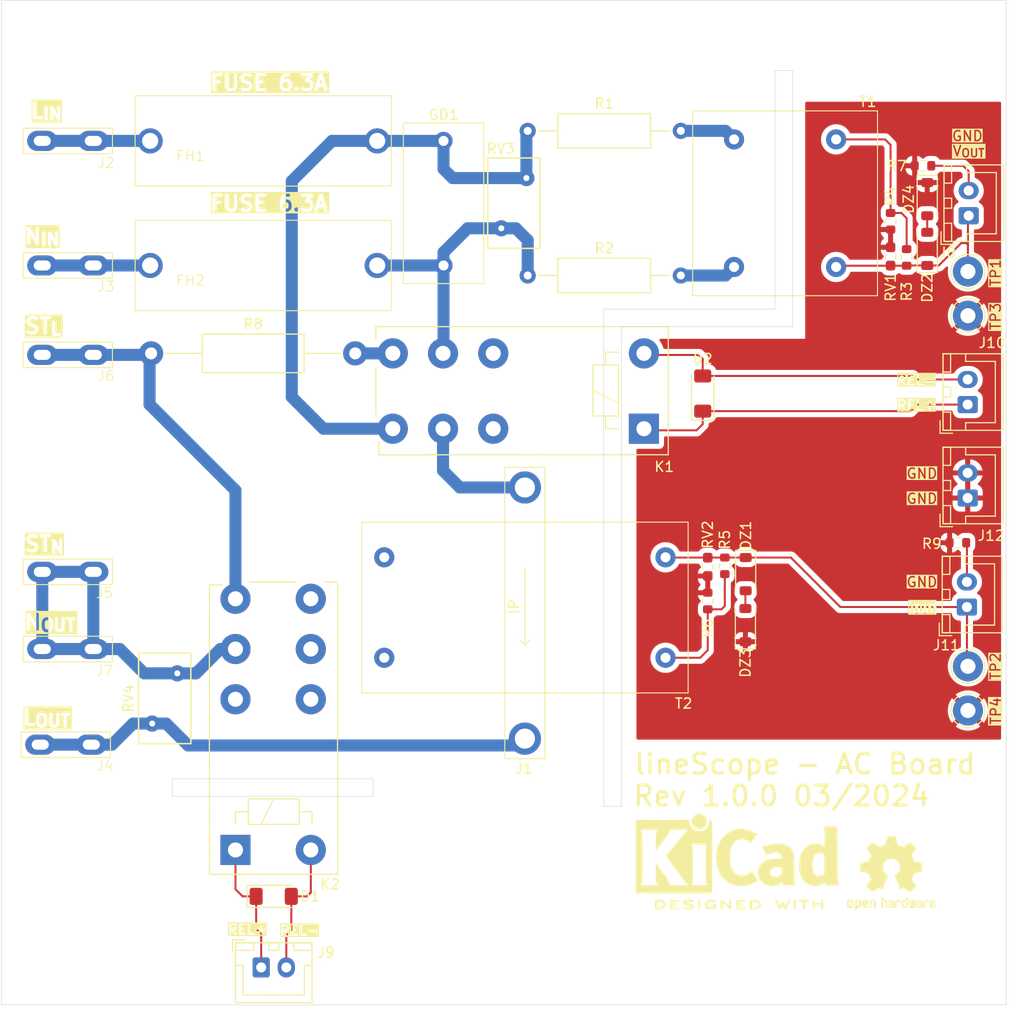
<source format=kicad_pcb>
(kicad_pcb (version 20240108) (generator "pcbnew") (generator_version "8.0")
  (layers (0 "F.Cu" signal) (31 "B.Cu" signal) (34 "B.Paste" user) (35 "F.Paste" user) (36 "B.SilkS" user "B.Silkscreen") (37 "F.SilkS" user "F.Silkscreen") (38 "B.Mask" user) (39 "F.Mask" user) (44 "Edge.Cuts" user))
  (net 0 "")
  (net 5 "Net-(R1-Pad2)")
  (net 6 "Net-(R2-Pad2)")
  (net 7 "Net-(J8-Pin_1)")
  (net 8 "Net-(R3-Pad2)")
  (net 9 "GND")
  (net 10 "Net-(R5-Pad2)")
  (net 13 "Net-(D2-K)")
  (net 14 "Net-(D2-A)")
  (net 15 "/HV.N_{IN}")
  (net 16 "/HV.L_{IN}")
  (net 17 "/HV.L_{1}")
  (net 18 "/HV.N_{OUT}")
  (net 19 "/HV.ST_{L}")
  (net 20 "Net-(J8-Pin_2)")
  (net 23 "Net-(D1-A)")
  (net 24 "Net-(D1-K)")
  (net 25 "/HV.N_{1}")
  (net 26 "/HV.L_{OUT}")
  (net 27 "/HV.N_{2}")
  (net 28 "/HV.L_{2}")
  (net 29 "Net-(J11-Pin_1)")
  (net 30 "Net-(J11-Pin_2)")
  (net 31 "Net-(DZ1-Pad2)")
  (net 32 "Net-(DZ2-Pad2)")
  (footprint "Resistor_THT:R_Axial_DIN0309_L9.0mm_D3.2mm_P15.24mm_Horizontal" (layer "F.Cu") (at 139.505 54.675)
    (property "Reference" "R1" (at 7.62 -2.72 0) (layer "F.SilkS"))
    (property "Value" "75k")
    (pad "1" thru_hole circle (at 0 0) (size 1.6 1.6) (drill 0.8) (layers "*.Cu" "*.Mask") (net 17 "/HV.L_{1}"))
    (pad "2" thru_hole oval (at 15.24 0) (size 1.6 1.6) (drill 0.8) (layers "*.Cu" "*.Mask") (net 5 "Net-(R1-Pad2)"))
  )
  (footprint "TestPoint:TestPoint_Loop_D2.54mm_Drill1.5mm_Beaded" (layer "F.Cu") (at 183.325 73.075)
    (property "Reference" "TP3" (at 2.75 0.075 90) (layer "F.SilkS" knockout))
    (property "Value" "TestPoint")
    (pad "1" thru_hole circle (at 0 0) (size 3 3) (drill 1.5) (layers "*.Cu" "*.Mask") (net 9 "GND"))
  )
  (footprint "Connector_JST:JST_XH_B2B-XH-A_1x02_P2.50mm_Vertical" (layer "F.Cu") (at 183.225 102.075 90)
    (property "Reference" "J11" (at -3.8 -2.05 180) (layer "F.SilkS"))
    (property "Value" "Conn_01x02")
    (pad "1" thru_hole roundrect (at 0 0 90) (size 1.7 2) (drill 1) (layers "*.Cu" "*.Mask") (roundrect_rratio 0.147059) (net 29 "Net-(J11-Pin_1)"))
    (pad "2" thru_hole oval (at 2.5 0 90) (size 1.7 2) (drill 1) (layers "*.Cu" "*.Mask") (net 30 "Net-(J11-Pin_2)"))
  )
  (footprint "Varistor:RV_Disc_D9mm_W5.2mm_P5mm" (layer "F.Cu") (at 139.375 59.375 -90)
    (property "Reference" "RV3" (at -2.9 2.55 180) (layer "F.SilkS"))
    (property "Value" "275V_{RMS}")
    (pad "1" thru_hole circle (at 0 0 270) (size 1.6 1.6) (drill 0.6) (layers "*.Cu" "*.Mask") (net 17 "/HV.L_{1}"))
    (pad "2" thru_hole circle (at 5 2.5 270) (size 1.6 1.6) (drill 0.6) (layers "*.Cu" "*.Mask") (net 25 "/HV.N_{1}"))
  )
  (footprint "Symbol:OSHW-Logo2_9.8x8mm_SilkScreen" (layer "F.Cu") (at 175.7 128.6)
    (property "Reference" "REF**" (hide yes))
    (property "Value" "OSHW-Logo2_9.8x8mm_SilkScreen" (hide yes))
  )
  (footprint "Koszalix_Fuse_Holders:ESKA_503.400" (layer "F.Cu") (at 101.925 55.675)
    (property "Reference" "FH1" (at 4 1.5 0) (layer "F.SilkS") (effects (font (thickness 0.1))))
    (property "Value" "503.400")
    (pad "1" thru_hole circle (at 0 0) (size 2.5 2.5) (drill 1.6) (layers "*.Cu" "*.Mask") (net 16 "/HV.L_{IN}"))
    (pad "2" thru_hole circle (at 22.6 0) (size 2.5 2.5) (drill 1.6) (layers "*.Cu" "*.Mask") (net 17 "/HV.L_{1}"))
  )
  (footprint "Connector_JST:JST_XH_B2B-XH-A_1x02_P2.50mm_Vertical" (layer "F.Cu") (at 183.4 63.125 90)
    (property "Reference" "J8" (at -3.675 -2.125 0) (layer "F.SilkS"))
    (property "Value" "Conn_01x02")
    (pad "1" thru_hole roundrect (at 0 0 90) (size 1.7 2) (drill 1) (layers "*.Cu" "*.Mask") (roundrect_rratio 0.147059) (net 7 "Net-(J8-Pin_1)"))
    (pad "2" thru_hole oval (at 2.5 0 90) (size 1.7 2) (drill 1) (layers "*.Cu" "*.Mask") (net 20 "Net-(J8-Pin_2)"))
  )
  (footprint "MountingHole:MountingHole_3.2mm_M3" (layer "F.Cu") (at 92.125 46.675)
    (property "Reference" "H1" (hide yes))
    (property "Value" "MountingHole")
    (pad "" np_thru_hole circle (at 0 0) (size 3.2 3.2) (drill 3.2) (layers "*.Cu" "*.Mask"))
  )
  (footprint "Varistor:RV_Disc_D9mm_W5.2mm_P5mm" (layer "F.Cu") (at 104.625 108.675 -90)
    (property "Reference" "RV4" (at 2.5 4.85 90) (layer "F.SilkS"))
    (property "Value" "275V_{RMS}")
    (pad "1" thru_hole circle (at 0 0 270) (size 1.6 1.6) (drill 0.6) (layers "*.Cu" "*.Mask") (net 18 "/HV.N_{OUT}"))
    (pad "2" thru_hole circle (at 5 2.5 270) (size 1.6 1.6) (drill 0.6) (layers "*.Cu" "*.Mask") (net 26 "/HV.L_{OUT}"))
  )
  (footprint "Connector_JST:JST_XH_B2B-XH-A_1x02_P2.50mm_Vertical" (layer "F.Cu") (at 183.3 91.225 90)
    (property "Reference" "J12" (at -3.75 2.325 0) (layer "F.SilkS"))
    (property "Value" "Conn_01x02")
    (pad "1" thru_hole roundrect (at 0 0 90) (size 1.7 2) (drill 1) (layers "*.Cu" "*.Mask") (roundrect_rratio 0.147059) (net 9 "GND"))
    (pad "2" thru_hole oval (at 2.5 0 90) (size 1.7 2) (drill 1) (layers "*.Cu" "*.Mask") (net 9 "GND"))
  )
  (footprint "Koszalix_Transformers:PowerUC-TA20" (layer "F.Cu") (at 139.225 102.375 90)
    (property "Reference" "T2" (at -9.3 15.8 0) (layer "F.SilkS"))
    (property "Value" "TA20-150")
    (fp_text user "IP" (at -0.5 -0.5 90) (layer "F.SilkS") (effects (justify left bottom)))
    (pad "1" thru_hole circle (at -4.75 -14 90) (size 2 2) (drill 1) (layers "*.Cu" "*.Mask"))
    (pad "2" thru_hole circle (at 5.25 -14 90) (size 2 2) (drill 1) (layers "*.Cu" "*.Mask"))
    (pad "3" thru_hole circle (at 5.25 14 90) (size 2 2) (drill 1) (layers "*.Cu" "*.Mask") (net 29 "Net-(J11-Pin_1)"))
    (pad "4" thru_hole circle (at -4.75 14 90) (size 2 2) (drill 1) (layers "*.Cu" "*.Mask") (net 10 "Net-(R5-Pad2)"))
  )
  (footprint "MountingHole:MountingHole_3.2mm_M3" (layer "F.Cu") (at 182.125 46.675)
    (property "Reference" "H3" (hide yes))
    (property "Value" "MountingHole")
    (pad "" np_thru_hole circle (at 0 0) (size 3.2 3.2) (drill 3.2) (layers "*.Cu" "*.Mask"))
  )
  (footprint "Resistor_SMD:R_0603_1608Metric" (layer "F.Cu") (at 157.425 101.475 90)
    (property "Reference" "R6" (at -2.7 0 -90) (layer "F.SilkS"))
    (property "Value" "0R")
    (pad "1" smd roundrect (at -0.825 0 90) (size 0.8 0.95) (layers "F.Cu" "F.Paste" "F.Mask") (net 10 "Net-(R5-Pad2)"))
    (pad "2" smd roundrect (at 0.825 0 90) (size 0.8 0.95) (layers "F.Cu" "F.Paste" "F.Mask") (net 9 "GND"))
  )
  (footprint "Diode_SMD:D_SOD-123" (layer "F.Cu") (at 179.275 61.475 -90)
    (property "Reference" "DZ4" (at 0 1.85 90) (layer "F.SilkS"))
    (property "Value" "1V8")
    (pad "1" smd roundrect (at -1.65 0 270) (size 0.9 1.2) (layers "F.Cu" "F.Paste" "F.Mask") (net 9 "GND"))
    (pad "2" smd roundrect (at 1.65 0 270) (size 0.9 1.2) (layers "F.Cu" "F.Paste" "F.Mask") (net 32 "Net-(DZ2-Pad2)"))
  )
  (footprint "Koszalix_GDT_Tubes:YAGEO_2RP" (layer "F.Cu") (at 131.125 61.875 -90)
    (property "Reference" "GD1" (at -8.8 0 0) (layer "F.SilkS"))
    (property "Value" "2RP600L-8-D1")
    (pad "1" thru_hole circle (at -6.2 0 270) (size 1.8 1.8) (drill 1) (layers "*.Cu" "*.Mask") (net 17 "/HV.L_{1}"))
    (pad "2" thru_hole circle (at 6.2 0 270) (size 1.8 1.8) (drill 1) (layers "*.Cu" "*.Mask") (net 25 "/HV.N_{1}"))
  )
  (footprint "Resistor_SMD:R_0603_1608Metric_Pad0.98x0.95mm_HandSolder" (layer "F.Cu") (at 175.625 67.175 90)
    (property "Reference" "RV1" (at -3.1 0 -90) (layer "F.SilkS"))
    (property "Value" "MCVZ0603M180AGT")
    (pad "1" smd roundrect (at -0.9125 0 90) (size 0.975 0.95) (layers "F.Cu" "F.Paste" "F.Mask") (net 7 "Net-(J8-Pin_1)"))
    (pad "2" smd roundrect (at 0.9125 0 90) (size 0.975 0.95) (layers "F.Cu" "F.Paste" "F.Mask") (net 9 "GND"))
  )
  (footprint "Koszalix_Connectors_Tab:TE-1-726388-2" (layer "F.Cu") (at 93.725 68.075)
    (property "Reference" "J3" (at 3.8 2.1 0) (layer "F.SilkS") (effects (font (thickness 0.1))))
    (property "Value" "~")
    (pad "1" thru_hole oval (at -2.54 0) (size 3 2) (drill oval 1.7 1) (layers "*.Cu" "*.Mask") (net 15 "/HV.N_{IN}"))
    (pad "1" thru_hole oval (at 2.54 0) (size 3 2) (drill oval 1.7 1) (layers "*.Cu" "*.Mask") (net 15 "/HV.N_{IN}"))
  )
  (footprint "Koszalix_Relays:RM84" (layer "F.Cu") (at 139.995 80.515 180)
    (property "Reference" "K1" (at -13.1 -7.6 0) (layer "F.SilkS"))
    (property "Value" "RM84-2012-35-1012")
    (pad "11" thru_hole circle (at 8.92 -3.81 180) (size 3 3) (drill 1.5) (layers "*.Cu" "*.Mask") (net 28 "/HV.L_{2}"))
    (pad "12" thru_hole circle (at 3.92 -3.81 180) (size 3 3) (drill 1.5) (layers "*.Cu" "*.Mask"))
    (pad "14" thru_hole circle (at 13.92 -3.81 180) (size 3 3) (drill 1.5) (layers "*.Cu" "*.Mask") (net 17 "/HV.L_{1}"))
    (pad "21" thru_hole circle (at 8.92 3.69 180) (size 3 3) (drill 1.5) (layers "*.Cu" "*.Mask") (net 25 "/HV.N_{1}"))
    (pad "22" thru_hole circle (at 3.92 3.69 180) (size 3 3) (drill 1.5) (layers "*.Cu" "*.Mask"))
    (pad "24" thru_hole circle (at 13.92 3.69 180) (size 3 3) (drill 1.5) (layers "*.Cu" "*.Mask") (net 27 "/HV.N_{2}"))
    (pad "A1" thru_hole rect (at -11.08 -3.81 180) (size 3 3) (drill 1.5) (layers "*.Cu" "*.Mask") (net 13 "Net-(D2-K)"))
    (pad "A2" thru_hole circle (at -11.08 3.69 180) (size 3 3) (drill 1.5) (layers "*.Cu" "*.Mask") (net 14 "Net-(D2-A)"))
  )
  (footprint "Resistor_SMD:R_0603_1608Metric_Pad0.98x0.95mm_HandSolder" (layer "F.Cu") (at 157.425 98.075 -90)
    (property "Reference" "RV2" (at -3.2 0 90) (layer "F.SilkS"))
    (property "Value" "MCVZ0603M180AGT")
    (pad "1" smd roundrect (at -0.9125 0 270) (size 0.975 0.95) (layers "F.Cu" "F.Paste" "F.Mask") (net 29 "Net-(J11-Pin_1)"))
    (pad "2" smd roundrect (at 0.9125 0 270) (size 0.975 0.95) (layers "F.Cu" "F.Paste" "F.Mask") (net 9 "GND"))
  )
  (footprint "Diode_SMD:D_MiniMELF" (layer "F.Cu") (at 114.225 130.875)
    (property "Reference" "D1" (at 3.6 0 0) (layer "F.SilkS"))
    (property "Value" "LL103A")
    (pad "1" smd roundrect (at -1.75 0) (size 1.3 1.7) (layers "F.Cu" "F.Paste" "F.Mask") (roundrect_rratio 0.1923076923) (net 24 "Net-(D1-K)"))
    (pad "2" smd roundrect (at 1.75 0) (size 1.3 1.7) (layers "F.Cu" "F.Paste" "F.Mask") (roundrect_rratio 0.1923076923) (net 23 "Net-(D1-A)"))
  )
  (footprint "Koszalix_Mechanical:BodgeWire_P25_H16.5_B4_SQ1.5_1" (layer "F.Cu") (at 139.225 115.175 90)
    (property "Reference" "J1" (at -3 -0.1 0) (layer "F.SilkS"))
    (property "Value" "~")
    (pad "1" thru_hole circle (at 0 0 90) (size 3.2 3.2) (drill 2) (layers "*.Cu" "*.Mask") (net 26 "/HV.L_{OUT}"))
    (pad "2" thru_hole circle (at 25 0 90) (size 3.2 3.2) (drill 2) (layers "*.Cu" "*.Mask") (net 28 "/HV.L_{2}"))
  )
  (footprint "Resistor_SMD:R_0603_1608Metric" (layer "F.Cu") (at 159.125 97.975 -90)
    (property "Reference" "R5" (at -2.6 0 90) (layer "F.SilkS"))
    (property "Value" "150R")
    (pad "1" smd roundrect (at -0.825 0 270) (size 0.8 0.95) (layers "F.Cu" "F.Paste" "F.Mask") (net 29 "Net-(J11-Pin_1)"))
    (pad "2" smd roundrect (at 0.825 0 270) (size 0.8 0.95) (layers "F.Cu" "F.Paste" "F.Mask") (net 10 "Net-(R5-Pad2)"))
  )
  (footprint "Koszalix_Relays:RM84" (layer "F.Cu") (at 114.225 115.175 90)
    (property "Reference" "K2" (at -14.5 5.6 0) (layer "F.SilkS"))
    (property "Value" "RM84-2012-35-1012")
    (pad "11" thru_hole circle (at 8.92 -3.81 90) (size 3 3) (drill 1.5) (layers "*.Cu" "*.Mask") (net 18 "/HV.N_{OUT}"))
    (pad "12" thru_hole circle (at 3.92 -3.81 90) (size 3 3) (drill 1.5) (layers "*.Cu" "*.Mask"))
    (pad "14" thru_hole circle (at 13.92 -3.81 90) (size 3 3) (drill 1.5) (layers "*.Cu" "*.Mask") (net 19 "/HV.ST_{L}"))
    (pad "21" thru_hole circle (at 8.92 3.69 90) (size 3 3) (drill 1.5) (layers "*.Cu" "*.Mask"))
    (pad "22" thru_hole circle (at 3.92 3.69 90) (size 3 3) (drill 1.5) (layers "*.Cu" "*.Mask"))
    (pad "24" thru_hole circle (at 13.92 3.69 90) (size 3 3) (drill 1.5) (layers "*.Cu" "*.Mask"))
    (pad "A1" thru_hole rect (at -11.08 -3.81 90) (size 3 3) (drill 1.5) (layers "*.Cu" "*.Mask") (net 24 "Net-(D1-K)"))
    (pad "A2" thru_hole circle (at -11.08 3.69 90) (size 3 3) (drill 1.5) (layers "*.Cu" "*.Mask") (net 23 "Net-(D1-A)"))
  )
  (footprint "Diode_SMD:D_SOD-123" (layer "F.Cu") (at 161.2 98.8 -90)
    (property "Reference" "DZ1" (at -3.85 -0.025 90) (layer "F.SilkS"))
    (property "Value" "1V8")
    (pad "1" smd roundrect (at -1.65 0 270) (size 0.9 1.2) (layers "F.Cu" "F.Paste" "F.Mask") (net 29 "Net-(J11-Pin_1)"))
    (pad "2" smd roundrect (at 1.65 0 270) (size 0.9 1.2) (layers "F.Cu" "F.Paste" "F.Mask") (net 31 "Net-(DZ1-Pad2)"))
  )
  (footprint "Koszalix_Connectors_Tab:TE-1-726388-2" (layer "F.Cu") (at 93.725 106.255 180)
    (property "Reference" "J7" (at -3.65 -2.17 0) (layer "F.SilkS") (effects (font (thickness 0.1))))
    (property "Value" "~")
    (pad "1" thru_hole oval (at -2.54 0 180) (size 3 2) (drill oval 1.7 1) (layers "*.Cu" "*.Mask") (net 18 "/HV.N_{OUT}"))
    (pad "1" thru_hole oval (at 2.54 0 180) (size 3 2) (drill oval 1.7 1) (layers "*.Cu" "*.Mask") (net 18 "/HV.N_{OUT}"))
  )
  (footprint "TestPoint:TestPoint_Loop_D2.54mm_Drill1.5mm_Beaded" (layer "F.Cu") (at 183.325 68.675 90)
    (property "Reference" "TP1" (at -0.125 2.75 90) (layer "F.SilkS" knockout))
    (property "Value" "TestPoint")
    (pad "1" thru_hole circle (at 0 0 90) (size 3 3) (drill 1.5) (layers "*.Cu" "*.Mask") (net 7 "Net-(J8-Pin_1)"))
  )
  (footprint "Diode_SMD:D_MiniMELF" (layer "F.Cu") (at 156.925 80.825 90)
    (property "Reference" "D2" (at 3.45 0 0) (layer "F.SilkS"))
    (property "Value" "LL103A")
    (pad "1" smd roundrect (at -1.75 0 90) (size 1.3 1.7) (layers "F.Cu" "F.Paste" "F.Mask") (roundrect_rratio 0.1923076923) (net 13 "Net-(D2-K)"))
    (pad "2" smd roundrect (at 1.75 0 90) (size 1.3 1.7) (layers "F.Cu" "F.Paste" "F.Mask") (roundrect_rratio 0.1923076923) (net 14 "Net-(D2-A)"))
  )
  (footprint "Koszalix_Connectors_Tab:TE-1-726388-2" (layer "F.Cu") (at 93.725 55.675)
    (property "Reference" "J2" (at 3.8 2.2 0) (layer "F.SilkS") (effects (font (thickness 0.1))))
    (property "Value" "~")
    (pad "1" thru_hole oval (at -2.54 0) (size 3 2) (drill oval 1.7 1) (layers "*.Cu" "*.Mask") (net 16 "/HV.L_{IN}"))
    (pad "1" thru_hole oval (at 2.54 0) (size 3 2) (drill oval 1.7 1) (layers "*.Cu" "*.Mask") (net 16 "/HV.L_{IN}"))
  )
  (footprint "Koszalix_Transformers:PowerUC-TV16" (layer "F.Cu") (at 165.125 61.875 90)
    (property "Reference" "T1" (at 10.094 8.24 0) (layer "F.SilkS"))
    (property "Value" "TV16")
    (pad "1" thru_hole circle (at -6.35 -5.08 90) (size 2 2) (drill 1) (layers "*.Cu" "*.Mask") (net 6 "Net-(R2-Pad2)"))
    (pad "2" thru_hole circle (at 6.35 -5.08 90) (size 2 2) (drill 1) (layers "*.Cu" "*.Mask") (net 5 "Net-(R1-Pad2)"))
    (pad "3" thru_hole circle (at 6.35 5.08 90) (size 2 2) (drill 1) (layers "*.Cu" "*.Mask") (net 8 "Net-(R3-Pad2)"))
    (pad "4" thru_hole circle (at -6.35 5.08 90) (size 2 2) (drill 1) (layers "*.Cu" "*.Mask") (net 7 "Net-(J8-Pin_1)"))
  )
  (footprint "Resistor_SMD:R_0603_1608Metric" (layer "F.Cu") (at 177.225 67.275 90)
    (property "Reference" "R3" (at -3.4 0 -90) (layer "F.SilkS"))
    (property "Value" "150R")
    (pad "1" smd roundrect (at -0.825 0 90) (size 0.8 0.95) (layers "F.Cu" "F.Paste" "F.Mask") (net 7 "Net-(J8-Pin_1)"))
    (pad "2" smd roundrect (at 0.825 0 90) (size 0.8 0.95) (layers "F.Cu" "F.Paste" "F.Mask") (net 8 "Net-(R3-Pad2)"))
  )
  (footprint "Connector_JST:JST_XH_B2B-XH-A_1x02_P2.50mm_Vertical" (layer "F.Cu") (at 183.3 81.925 90)
    (property "Reference" "J10" (at 6.15 2.425 0) (layer "F.SilkS"))
    (property "Value" "Conn_01x02")
    (pad "1" thru_hole roundrect (at 0 0 90) (size 1.7 2) (drill 1) (layers "*.Cu" "*.Mask") (roundrect_rratio 0.147059) (net 13 "Net-(D2-K)"))
    (pad "2" thru_hole oval (at 2.5 0 90) (size 1.7 2) (drill 1) (layers "*.Cu" "*.Mask") (net 14 "Net-(D2-A)"))
  )
  (footprint "Diode_SMD:D_SOD-123" (layer "F.Cu") (at 179.275 66.425 90)
    (property "Reference" "DZ2" (at -3.9 0 270) (layer "F.SilkS"))
    (property "Value" "1V8")
    (pad "1" smd roundrect (at -1.65 0 90) (size 0.9 1.2) (layers "F.Cu" "F.Paste" "F.Mask") (net 7 "Net-(J8-Pin_1)"))
    (pad "2" smd roundrect (at 1.65 0 90) (size 0.9 1.2) (layers "F.Cu" "F.Paste" "F.Mask") (net 32 "Net-(DZ2-Pad2)"))
  )
  (footprint "Resistor_THT:R_Axial_DIN0411_L9.9mm_D3.6mm_P20.32mm_Horizontal" (layer "F.Cu") (at 102.015 76.825)
    (property "Reference" "R8" (at 10.16 -2.92 0) (layer "F.SilkS"))
    (property "Value" "0R")
    (pad "1" thru_hole circle (at 0 0) (size 2.4 2.4) (drill 1.2) (layers "*.Cu" "*.Mask") (net 19 "/HV.ST_{L}"))
    (pad "2" thru_hole oval (at 20.32 0) (size 2.4 2.4) (drill 1.2) (layers "*.Cu" "*.Mask") (net 27 "/HV.N_{2}"))
  )
  (footprint "Resistor_SMD:R_0603_1608Metric" (layer "F.Cu") (at 175.625 63.675 -90)
    (property "Reference" "R4" (at -2.5 0 90) (layer "F.SilkS"))
    (property "Value" "0R")
    (pad "1" smd roundrect (at -0.825 0 270) (size 0.8 0.95) (layers "F.Cu" "F.Paste" "F.Mask") (net 8 "Net-(R3-Pad2)"))
    (pad "2" smd roundrect (at 0.825 0 270) (size 0.8 0.95) (layers "F.Cu" "F.Paste" "F.Mask") (net 9 "GND"))
  )
  (footprint "Resistor_SMD:R_0603_1608Metric" (layer "F.Cu") (at 182.325 95.675 180)
    (property "Reference" "R9" (at 2.6 -0.1 180) (layer "F.SilkS"))
    (property "Value" "0R")
    (pad "1" smd roundrect (at -0.825 0 180) (size 0.8 0.95) (layers "F.Cu" "F.Paste" "F.Mask") (net 30 "Net-(J11-Pin_2)"))
    (pad "2" smd roundrect (at 0.825 0 180) (size 0.8 0.95) (layers "F.Cu" "F.Paste" "F.Mask") (net 9 "GND"))
  )
  (footprint "Koszalix_Connectors_Tab:TE-1-726388-2" (layer "F.Cu") (at 93.725 76.975)
    (property "Reference" "J6" (at 3.8 2.1 0) (layer "F.SilkS") (effects (font (thickness 0.1))))
    (property "Value" "~")
    (pad "1" thru_hole oval (at -2.54 0) (size 3 2) (drill oval 1.7 1) (layers "*.Cu" "*.Mask") (net 19 "/HV.ST_{L}"))
    (pad "1" thru_hole oval (at 2.54 0) (size 3 2) (drill oval 1.7 1) (layers "*.Cu" "*.Mask") (net 19 "/HV.ST_{L}"))
  )
  (footprint "Koszalix_Fuse_Holders:ESKA_503.400" (layer "F.Cu") (at 101.925 68.075)
    (property "Reference" "FH2" (at 4 1.5 0) (layer "F.SilkS") (effects (font (thickness 0.1))))
    (property "Value" "503.400")
    (pad "1" thru_hole circle (at 0 0) (size 2.5 2.5) (drill 1.6) (layers "*.Cu" "*.Mask") (net 15 "/HV.N_{IN}"))
    (pad "2" thru_hole circle (at 22.6 0) (size 2.5 2.5) (drill 1.6) (layers "*.Cu" "*.Mask") (net 25 "/HV.N_{1}"))
  )
  (footprint "Koszalix_Connectors_Tab:TE-1-726388-2" (layer "F.Cu") (at 93.725 98.575 180)
    (property "Reference" "J5" (at -3.65 -2.1 0) (layer "F.SilkS") (effects (font (thickness 0.1))))
    (property "Value" "~")
    (pad "1" thru_hole oval (at -2.54 0 180) (size 3 2) (drill oval 1.7 1) (layers "*.Cu" "*.Mask") (net 18 "/HV.N_{OUT}"))
    (pad "1" thru_hole oval (at 2.54 0 180) (size 3 2) (drill oval 1.7 1) (layers "*.Cu" "*.Mask") (net 18 "/HV.N_{OUT}"))
  )
  (footprint "Diode_SMD:D_SOD-123" (layer "F.Cu") (at 161.175 103.875 90)
    (property "Reference" "DZ3" (at -3.775 0 270) (layer "F.SilkS"))
    (property "Value" "1V8")
    (pad "1" smd roundrect (at -1.65 0 90) (size 0.9 1.2) (layers "F.Cu" "F.Paste" "F.Mask") (net 9 "GND"))
    (pad "2" smd roundrect (at 1.65 0 90) (size 0.9 1.2) (layers "F.Cu" "F.Paste" "F.Mask") (net 31 "Net-(DZ1-Pad2)"))
  )
  (footprint "Resistor_THT:R_Axial_DIN0309_L9.0mm_D3.2mm_P15.24mm_Horizontal" (layer "F.Cu") (at 139.505 69.075)
    (property "Reference" "R2" (at 7.62 -2.72 0) (layer "F.SilkS"))
    (property "Value" "75k")
    (pad "1" thru_hole circle (at 0 0) (size 1.6 1.6) (drill 0.8) (layers "*.Cu" "*.Mask") (net 25 "/HV.N_{1}"))
    (pad "2" thru_hole oval (at 15.24 0) (size 1.6 1.6) (drill 0.8) (layers "*.Cu" "*.Mask") (net 6 "Net-(R2-Pad2)"))
  )
  (footprint "Koszalix_Connectors_Tab:TE-1-726388-2" (layer "F.Cu") (at 93.525 115.775)
    (property "Reference" "J4" (at 3.9 2.1 0) (layer "F.SilkS") (effects (font (thickness 0.1))))
    (property "Value" "~")
    (pad "1" thru_hole oval (at -2.54 0) (size 3 2) (drill oval 1.7 1) (layers "*.Cu" "*.Mask") (net 26 "/HV.L_{OUT}"))
    (pad "1" thru_hole oval (at 2.54 0) (size 3 2) (drill oval 1.7 1) (layers "*.Cu" "*.Mask") (net 26 "/HV.L_{OUT}"))
  )
  (footprint "Symbol:KiCad-Logo2_8mm_SilkScreen" (layer "F.Cu") (at 160.375 126.6)
    (property "Reference" "REF**" (hide yes))
    (property "Value" "KiCad-Logo2_8mm_SilkScreen" (hide yes))
  )
  (footprint "MountingHole:MountingHole_3.2mm_M3" (layer "F.Cu") (at 137.125 46.675)
    (property "Reference" "H5" (hide yes))
    (property "Value" "MountingHole")
    (pad "" np_thru_hole circle (at 0 0) (size 3.2 3.2) (drill 3.2) (layers "*.Cu" "*.Mask"))
  )
  (footprint "MountingHole:MountingHole_3.2mm_M3" (layer "F.Cu") (at 92.125 136.675)
    (property "Reference" "H4" (hide yes))
    (property "Value" "MountingHole")
    (pad "" np_thru_hole circle (at 0 0) (size 3.2 3.2) (drill 3.2) (layers "*.Cu" "*.Mask"))
  )
  (footprint "TestPoint:TestPoint_Loop_D2.54mm_Drill1.5mm_Beaded" (layer "F.Cu") (at 183.325 112.375)
    (property "Reference" "TP4" (at 2.775 0.05 90) (layer "F.SilkS" knockout))
    (property "Value" "TestPoint")
    (pad "1" thru_hole circle (at 0 0) (size 3 3) (drill 1.5) (layers "*.Cu" "*.Mask") (net 9 "GND"))
  )
  (footprint "TestPoint:TestPoint_Loop_D2.54mm_Drill1.5mm_Beaded" (layer "F.Cu") (at 183.325 107.975 90)
    (property "Reference" "TP2" (at 0 2.75 90) (layer "F.SilkS" knockout))
    (property "Value" "TestPoint")
    (pad "1" thru_hole circle (at 0 0 90) (size 3 3) (drill 1.5) (layers "*.Cu" "*.Mask") (net 29 "Net-(J11-Pin_1)"))
  )
  (footprint "Connector_JST:JST_XH_B2B-XH-A_1x02_P2.50mm_Vertical" (layer "F.Cu") (at 112.975 137.95)
    (property "Reference" "J9" (at 6.45 -1.475 0) (layer "F.SilkS"))
    (property "Value" "Conn_01x02")
    (pad "1" thru_hole roundrect (at 0 0) (size 1.7 2) (drill 1) (layers "*.Cu" "*.Mask") (roundrect_rratio 0.147059) (net 24 "Net-(D1-K)"))
    (pad "2" thru_hole oval (at 2.5 0) (size 1.7 2) (drill 1) (layers "*.Cu" "*.Mask") (net 23 "Net-(D1-A)"))
  )
  (footprint "MountingHole:MountingHole_3.2mm_M3" (layer "F.Cu") (at 137.125 136.675)
    (property "Reference" "H6" (hide yes))
    (property "Value" "MountingHole")
    (pad "" np_thru_hole circle (at 0 0) (size 3.2 3.2) (drill 3.2) (layers "*.Cu" "*.Mask"))
  )
  (footprint "MountingHole:MountingHole_3.2mm_M3" (layer "F.Cu") (at 182.125 136.675)
    (property "Reference" "H2" (hide yes))
    (property "Value" "MountingHole")
    (pad "" np_thru_hole circle (at 0 0) (size 3.2 3.2) (drill 3.2) (layers "*.Cu" "*.Mask"))
  )
  (footprint "Resistor_SMD:R_0603_1608Metric" (layer "F.Cu") (at 178.85 58.15 180)
    (property "Reference" "R7" (at 2.6 -0.025 180) (layer "F.SilkS"))
    (property "Value" "0R")
    (pad "1" smd roundrect (at -0.825 0 180) (size 0.8 0.95) (layers "F.Cu" "F.Paste" "F.Mask") (net 20 "Net-(J8-Pin_2)"))
    (pad "2" smd roundrect (at 0.825 0 180) (size 0.8 0.95) (layers "F.Cu" "F.Paste" "F.Mask") (net 9 "GND"))
  )
  (gr_line (start 124.125 119.175) (end 107.375 119.175) (stroke (width 0.05)) (layer "Edge.Cuts"))
  (gr_line (start 147.075 121.925) (end 147.075 72.425) (stroke (width 0.05)) (layer "Edge.Cuts"))
  (gr_line (start 104.125 120.925) (end 120.875 120.925) (stroke (width 0.05)) (layer "Edge.Cuts"))
  (gr_line (start 107.375 119.175) (end 104.125 119.175) (stroke (width 0.05)) (layer "Edge.Cuts"))
  (gr_line (start 120.875 120.925) (end 124.125 120.925) (stroke (width 0.05)) (layer "Edge.Cuts"))
  (gr_line (start 165.875 74.175) (end 148.825 74.175) (stroke (width 0.05)) (layer "Edge.Cuts"))
  (gr_rect (start 87.125 41.675) (end 187.125 141.675) (stroke (width 0.05)) (fill none) (layer "Edge.Cuts"))
  (gr_line (start 147.075 72.425) (end 164.125 72.425) (stroke (width 0.05)) (layer "Edge.Cuts"))
  (gr_line (start 124.125 120.925) (end 124.125 119.175) (stroke (width 0.05)) (layer "Edge.Cuts"))
  (gr_line (start 147.075 121.925) (end 148.825 121.925) (stroke (width 0.05)) (layer "Edge.Cuts"))
  (gr_line (start 104.125 119.175) (end 104.125 120.925) (stroke (width 0.05)) (layer "Edge.Cuts"))
  (gr_line (start 148.825 74.175) (end 148.825 121.925) (stroke (width 0.05)) (layer "Edge.Cuts"))
  (gr_line (start 164.125 48.675) (end 165.875 48.675) (stroke (width 0.05)) (layer "Edge.Cuts"))
  (gr_line (start 164.125 72.425) (end 164.125 48.675) (stroke (width 0.05)) (layer "Edge.Cuts"))
  (gr_line (start 165.875 48.675) (end 165.875 74.175) (stroke (width 0.05)) (layer "Edge.Cuts"))
  (gr_text "GND" (at 177.125 89.375 0) (layer "F.SilkS" knockout) (effects (font (size 1 1)) (justify left bottom)))
  (gr_text "Rev 1.0.0 03/2024" (at 149.85 122.05 0) (layer "F.SilkS") (effects (font (size 2 2) (thickness 0.3)) (justify left bottom)))
  (gr_text "L_{IN}" (at 89.88 53.575 0) (layer "F.SilkS" knockout) (effects (font (size 1.5 1.5) (thickness 0.3) (bold yes)) (justify left bottom)))
  (gr_text "lineScope - AC Board" (at 149.95 118.875 0) (layer "F.SilkS") (effects (font (size 2 2) (thickness 0.3)) (justify left bottom)))
  (gr_text "L_{OUT}\n" (at 89.08 113.975 0) (layer "F.SilkS" knockout) (effects (font (size 1.5 1.5) (thickness 0.3) (bold yes)) (justify left bottom)))
  (gr_text "GND" (at 177.125 91.875 0) (layer "F.SilkS" knockout) (effects (font (size 1 1)) (justify left bottom)))
  (gr_text "N_{OUT}\n" (at 89.28 104.475 0) (layer "F.SilkS" knockout) (effects (font (size 1.5 1.5) (thickness 0.3) (bold yes)) (justify left bottom)))
  (gr_text "I_{OUT}" (at 177.225 102.675 0) (layer "F.SilkS" knockout) (effects (font (size 1 1)) (justify left bottom)))
  (gr_text "GND" (at 181.65 55.775 0) (layer "F.SilkS" knockout) (effects (font (size 1 1)) (justify left bottom)))
  (gr_text "GND" (at 177.125 100.175 0) (layer "F.SilkS" knockout) (effects (font (size 1 1)) (justify left bottom)))
  (gr_text "REL+\n" (at 176.125 82.575 0) (layer "F.SilkS" knockout) (effects (font (size 1 1)) (justify left bottom)))
  (gr_text "ST_{L}" (at 89.28 74.975 0) (layer "F.SilkS" knockout) (effects (font (size 1.5 1.5) (thickness 0.3) (bold yes)) (justify left bottom)))
  (gr_text "REL+\n" (at 109.525 134.775 0) (layer "F.SilkS" knockout) (effects (font (size 1 1)) (justify left bottom)))
  (gr_text "REL-" (at 176.125 80.075 0) (layer "F.SilkS" knockout) (effects (font (size 1 1)) (justify left bottom)))
  (gr_text "ST_{N}\n" (at 89.28 96.675 0) (layer "F.SilkS" knockout) (effects (font (size 1.5 1.5) (thickness 0.3) (bold yes)) (justify left bottom)))
  (gr_text "FUSE 6.3A" (at 107.725 50.775 0) (layer "F.SilkS" knockout) (effects (font (size 1.5 1.5) (thickness 0.3) (bold yes)) (justify left bottom)))
  (gr_text "V_{OUT}" (at 181.725 57.275 0) (layer "F.SilkS" knockout) (effects (font (size 1 1)) (justify left bottom)))
  (gr_text "REL-" (at 114.725 134.875 0) (layer "F.SilkS" knockout) (effects (font (size 1 1)) (justify left bottom)))
  (gr_text "N_{IN}" (at 89.28 66.075 0) (layer "F.SilkS" knockout) (effects (font (size 1.5 1.5) (thickness 0.3) (bold yes)) (justify left bottom)))
  (gr_text "FUSE 6.3A" (at 107.725 62.775 0) (layer "F.SilkS" knockout) (effects (font (size 1.5 1.5) (thickness 0.3) (bold yes)) (justify left bottom)))
  (segment (start 159.195 54.675) (end 160.045 55.525) (width 1.2) (layer "B.Cu") (net 5))
  (segment (start 159.895 55.675) (end 160.045 55.525) (width 1.2) (layer "B.Cu") (net 5))
  (segment (start 154.745 54.675) (end 159.195 54.675) (width 1.2) (layer "B.Cu") (net 5))
  (segment (start 159.195 69.075) (end 160.045 68.225) (width 1.2) (layer "B.Cu") (net 6))
  (segment (start 154.745 69.075) (end 159.195 69.075) (width 1.2) (layer "B.Cu") (net 6))
  (segment (start 159.895 68.075) (end 160.045 68.225) (width 1.2) (layer "B.Cu") (net 6))
  (segment (start 183.15 65.85) (end 183.325 65.675) (width 0.2) (layer "F.Cu") (net 7))
  (segment (start 177.25 68.075) (end 177.225 68.1) (width 0.2) (layer "F.Cu") (net 7))
  (segment (start 183.325 66.025) (end 183.325 65.675) (width 0.2) (layer "F.Cu") (net 7))
  (segment (start 183.15 65.85) (end 183.325 66.025) (width 0.2) (layer "F.Cu") (net 7))
  (segment (start 170.33 68.1) (end 170.205 68.225) (width 0.2) (layer "F.Cu") (net 7))
  (segment (start 183.325 67.875) (end 183.325 66.025) (width 0.2) (layer "F.Cu") (net 7))
  (segment (start 182.65 65.85) (end 183.15 65.85) (width 0.2) (layer "F.Cu") (net 7))
  (segment (start 179.275 68.075) (end 177.25 68.075) (width 0.2) (layer "F.Cu") (net 7))
  (segment (start 183.325 68.275) (end 183.325 67.875) (width 0.2) (layer "F.Cu") (net 7))
  (segment (start 179.275 68.075) (end 180.425 68.075) (width 0.2) (layer "F.Cu") (net 7))
  (segment (start 178.4 68.075) (end 179.275 68.075) (width 0.2) (layer "F.Cu") (net 7))
  (segment (start 177.225 68.1) (end 170.33 68.1) (width 0.2) (layer "F.Cu") (net 7))
  (segment (start 180.425 68.075) (end 182.65 65.85) (width 0.2) (layer "F.Cu") (net 7))
  (segment (start 183.325 63.2) (end 183.4 63.125) (width 0.2) (layer "F.Cu") (net 7))
  (segment (start 183.325 65.675) (end 183.325 63.2) (width 0.2) (layer "F.Cu") (net 7))
  (segment (start 170.205 55.525) (end 175.075 55.525) (width 0.2) (layer "F.Cu") (net 8))
  (segment (start 175.625 56.075) (end 175.625 62.85) (width 0.2) (layer "F.Cu") (net 8))
  (segment (start 175.075 55.525) (end 175.625 56.075) (width 0.2) (layer "F.Cu") (net 8))
  (segment (start 176.7 62.85) (end 175.625 62.85) (width 0.2) (layer "F.Cu") (net 8))
  (segment (start 177.225 63.375) (end 176.7 62.85) (width 0.2) (layer "F.Cu") (net 8))
  (segment (start 177.225 66.45) (end 177.225 63.375) (width 0.2) (layer "F.Cu") (net 8))
  (segment (start 157.425 98.9875) (end 157.425 100.65) (width 0.2) (layer "F.Cu") (net 9))
  (segment (start 175.625 66.2625) (end 175.625 64.5) (width 0.2) (layer "F.Cu") (net 9))
  (segment (start 153.225 107.125) (end 156.675 107.125) (width 0.2) (layer "F.Cu") (net 10))
  (segment (start 156.675 107.125) (end 157.425 106.375) (width 0.2) (layer "F.Cu") (net 10))
  (segment (start 157.425 102.3) (end 158.8 102.3) (width 0.2) (layer "F.Cu") (net 10))
  (segment (start 158.8 102.3) (end 159.125 101.975) (width 0.2) (layer "F.Cu") (net 10))
  (segment (start 157.425 106.375) (end 157.425 102.3) (width 0.2) (layer "F.Cu") (net 10))
  (segment (start 159.125 98.8) (end 159.125 101.975) (width 0.2) (layer "F.Cu") (net 10))
  (segment (start 183.4 81.925) (end 178.275 81.925) (width 0.2) (layer "F.Cu") (net 13))
  (segment (start 152.205 84.485) (end 156.315 84.485) (width 0.2) (layer "F.Cu") (net 13))
  (segment (start 156.315 84.485) (end 156.925 83.875) (width 0.2) (layer "F.Cu") (net 13))
  (segment (start 156.925 83.875) (end 156.925 82.575) (width 0.2) (layer "F.Cu") (net 13))
  (segment (start 177.625 82.575) (end 156.925 82.575) (width 0.2) (layer "F.Cu") (net 13))
  (segment (start 178.275 81.925) (end 177.625 82.575) (width 0.2) (layer "F.Cu") (net 13))
  (segment (start 183.4 79.425) (end 178.175 79.425) (width 0.2) (layer "F.Cu") (net 14))
  (segment (start 178.175 79.425) (end 177.825 79.075) (width 0.2) (layer "F.Cu") (net 14))
  (segment (start 156.925 79.075) (end 156.925 77.375) (width 0.2) (layer "F.Cu") (net 14))
  (segment (start 156.925 77.375) (end 156.535 76.985) (width 0.2) (layer "F.Cu") (net 14))
  (segment (start 156.925 79.075) (end 177.825 79.075) (width 0.2) (layer "F.Cu") (net 14))
  (segment (start 152.205 76.985) (end 156.535 76.985) (width 0.2) (layer "F.Cu") (net 14))
  (segment (start 91.185 68.075) (end 101.925 68.075) (width 1.2) (layer "B.Cu") (net 15))
  (segment (start 101.925 55.675) (end 91.785 55.675) (width 1.2) (layer "B.Cu") (net 16))
  (segment (start 120.025 55.675) (end 124.525 55.675) (width 1.2) (layer "B.Cu") (net 17))
  (segment (start 139.375 59.375) (end 139.375 54.805) (width 1.2) (layer "B.Cu") (net 17))
  (segment (start 116.025 59.675) (end 120.025 55.675) (width 1.2) (layer "B.Cu") (net 17))
  (segment (start 139.375 59.375) (end 132.025 59.375) (width 1.2) (layer "B.Cu") (net 17))
  (segment (start 126.075 84.325) (end 119.175 84.325) (width 1.2) (layer "B.Cu") (net 17))
  (segment (start 139.375 54.805) (end 139.505 54.675) (width 1.2) (layer "B.Cu") (net 17))
  (segment (start 132.025 59.375) (end 131.125 58.475) (width 1.2) (layer "B.Cu") (net 17))
  (segment (start 131.125 58.475) (end 131.125 55.675) (width 1.2) (layer "B.Cu") (net 17))
  (segment (start 119.175 84.325) (end 116.025 81.175) (width 1.2) (layer "B.Cu") (net 17))
  (segment (start 116.025 81.175) (end 116.025 59.675) (width 1.2) (layer "B.Cu") (net 17))
  (segment (start 131.125 55.675) (end 124.525 55.675) (width 1.2) (layer "B.Cu") (net 17))
  (segment (start 96.265 106.255) (end 96.265 98.575) (width 1.2) (layer "B.Cu") (net 18))
  (segment (start 96.265 106.255) (end 91.185 106.255) (width 1.2) (layer "B.Cu") (net 18))
  (segment (start 91.185 98.575) (end 96.265 98.575) (width 1.2) (layer "B.Cu") (net 18))
  (segment (start 106.489617 108.675) (end 104.625 108.675) (width 1.2) (layer "B.Cu") (net 18))
  (segment (start 110.415 106.255) (end 108.909617 106.255) (width 1.2) (layer "B.Cu") (net 18))
  (segment (start 98.905 106.255) (end 101.325 108.675) (width 1.2) (layer "B.Cu") (net 18))
  (segment (start 96.265 106.255) (end 98.905 106.255) (width 1.2) (layer "B.Cu") (net 18))
  (segment (start 104.625 108.675) (end 101.325 108.675) (width 1.2) (layer "B.Cu") (net 18))
  (segment (start 108.909617 106.255) (end 106.489617 108.675) (width 1.2) (layer "B.Cu") (net 18))
  (segment (start 91.185 106.255) (end 91.185 98.575) (width 1.2) (layer "B.Cu") (net 18))
  (segment (start 110.415 90.465) (end 110.415 101.255) (width 1.2) (layer "B.Cu") (net 19))
  (segment (start 91.185 76.975) (end 101.865 76.975) (width 1.2) (layer "B.Cu") (net 19))
  (segment (start 101.865 76.975) (end 101.865 81.915) (width 1.2) (layer "B.Cu") (net 19))
  (segment (start 101.865 81.915) (end 110.415 90.465) (width 1.2) (layer "B.Cu") (net 19))
  (segment (start 179.675 58.15) (end 182.85 58.15) (width 0.2) (layer "F.Cu") (net 20))
  (segment (start 183.4 58.7) (end 183.4 60.625) (width 0.2) (layer "F.Cu") (net 20))
  (segment (start 183.35 60.575) (end 183.4 60.625) (width 0.2) (layer "F.Cu") (net 20))
  (segment (start 182.85 58.15) (end 183.4 58.7) (width 0.2) (layer "F.Cu") (net 20))
  (segment (start 115.475 137.95) (end 115.475 134.725) (width 0.2) (layer "F.Cu") (net 23))
  (segment (start 117.915 130.465) (end 117.925 130.475) (width 0.2) (layer "F.Cu") (net 23))
  (segment (start 117.525 130.875) (end 115.975 130.875) (width 0.2) (layer "F.Cu") (net 23))
  (segment (start 115.975 130.875) (end 115.975 134.225) (width 0.2) (layer "F.Cu") (net 23))
  (segment (start 115.975 134.225) (end 115.475 134.725) (width 0.2) (layer "F.Cu") (net 23))
  (segment (start 117.925 130.475) (end 117.525 130.875) (width 0.2) (layer "F.Cu") (net 23))
  (segment (start 117.915 126.255) (end 117.915 130.465) (width 0.2) (layer "F.Cu") (net 23))
  (segment (start 110.415 126.255) (end 110.415 130.165) (width 0.2) (layer "F.Cu") (net 24))
  (segment (start 110.415 130.165) (end 111.125 130.875) (width 0.2) (layer "F.Cu") (net 24))
  (segment (start 112.975 137.95) (end 112.975 134.625) (width 0.2) (layer "F.Cu") (net 24))
  (segment (start 111.125 130.875) (end 111.975 130.875) (width 0.2) (layer "F.Cu") (net 24))
  (segment (start 112.475 130.875) (end 112.475 134.125) (width 0.2) (layer "F.Cu") (net 24))
  (segment (start 112.975 134.625) (end 112.475 134.125) (width 0.2) (layer "F.Cu") (net 24))
  (segment (start 124.525 68.075) (end 131.125 68.075) (width 1.2) (layer "B.Cu") (net 25))
  (segment (start 131.125 68.075) (end 131.125 76.775) (width 1.2) (layer "B.Cu") (net 25))
  (segment (start 131.125 76.775) (end 131.075 76.825) (width 1.2) (layer "B.Cu") (net 25))
  (segment (start 131.125 66.775) (end 133.525 64.375) (width 1.2) (layer "B.Cu") (net 25))
  (segment (start 138.325 64.375) (end 139.505 65.555) (width 1.2) (layer "B.Cu") (net 25))
  (segment (start 136.875 64.375) (end 138.325 64.375) (width 1.2) (layer "B.Cu") (net 25))
  (segment (start 133.525 64.375) (end 136.875 64.375) (width 1.2) (layer "B.Cu") (net 25))
  (segment (start 131.125 68.075) (end 131.125 66.775) (width 1.2) (layer "B.Cu") (net 25))
  (segment (start 139.505 65.555) (end 139.505 69.075) (width 1.2) (layer "B.Cu") (net 25))
  (segment (start 102.125 113.675) (end 100.225 113.675) (width 1.2) (layer "B.Cu") (net 26))
  (segment (start 96.065 115.775) (end 98.125 115.775) (width 1.2) (layer "B.Cu") (net 26))
  (segment (start 96.065 115.775) (end 96.145 115.855) (width 1.2) (layer "B.Cu") (net 26))
  (segment (start 98.125 115.775) (end 100.225 113.675) (width 1.2) (layer "B.Cu") (net 26))
  (segment (start 103.525 113.675) (end 105.705 115.855) (width 1.2) (layer "B.Cu") (net 26))
  (segment (start 138.545 115.855) (end 139.225 115.175) (width 1.2) (layer "B.Cu") (net 26))
  (segment (start 90.985 115.775) (end 96.065 115.775) (width 1.2) (layer "B.Cu") (net 26))
  (segment (start 105.705 115.855) (end 138.545 115.855) (width 1.2) (layer "B.Cu") (net 26))
  (segment (start 102.125 113.675) (end 103.525 113.675) (width 1.2) (layer "B.Cu") (net 26))
  (segment (start 122.335 76.825) (end 126.075 76.825) (width 1.2) (layer "B.Cu") (net 27))
  (segment (start 122.335 76.825) (end 122.185 76.975) (width 1.2) (layer "B.Cu") (net 27))
  (segment (start 131.075 88.5) (end 132.75 90.175) (width 1.2) (layer "B.Cu") (net 28))
  (segment (start 132.75 90.175) (end 139.225 90.175) (width 1.2) (layer "B.Cu") (net 28))
  (segment (start 131.075 84.325) (end 131.075 88.5) (width 1.2) (layer "B.Cu") (net 28))
  (segment (start 183.225 107.575) (end 183.225 102.075) (width 0.2) (layer "F.Cu") (net 29))
  (segment (start 183.225 102.075) (end 170.625 102.075) (width 0.2) (layer "F.Cu") (net 29))
  (segment (start 153.25 97.15) (end 153.225 97.125) (width 0.2) (layer "F.Cu") (net 29))
  (segment (start 170.625 102.075) (end 165.7 97.15) (width 0.2) (layer "F.Cu") (net 29))
  (segment (start 165.7 97.15) (end 159.125 97.15) (width 0.2) (layer "F.Cu") (net 29))
  (segment (start 159.125 97.15) (end 153.25 97.15) (width 0.2) (layer "F.Cu") (net 29))
  (segment (start 183.225 95.75) (end 183.15 95.675) (width 0.2) (layer "F.Cu") (net 30))
  (segment (start 183.225 99.575) (end 183.225 95.75) (width 0.2) (layer "F.Cu") (net 30))
  (segment (start 161.175 100.475) (end 161.2 100.45) (width 0.2) (layer "F.Cu") (net 31))
  (segment (start 161.175 102.225) (end 161.175 100.475) (width 0.2) (layer "F.Cu") (net 31))
  (segment (start 179.275 63.125) (end 179.275 64.775) (width 0.2) (layer "F.Cu") (net 32))
  (zone (net 9) (net_name "GND") (layer "F.Cu") (connect_pads (clearance 0.5)) (min_thickness 0.25) (fill yes (thermal_gap 0.5) (thermal_bridge_width 0.5))
    (polygon (pts (xy 188.925 115.275) (xy 150.425 115.275) (xy 150.325 115.175) (xy 150.325 75.575) (xy 150.525 75.375) (xy 167.125 75.375) (xy 167.125 51.875) (xy 167.225 51.775) (xy 188.925 51.775) (xy 188.925 114.975) (xy 188.925 115.075)))
  )
)
</source>
